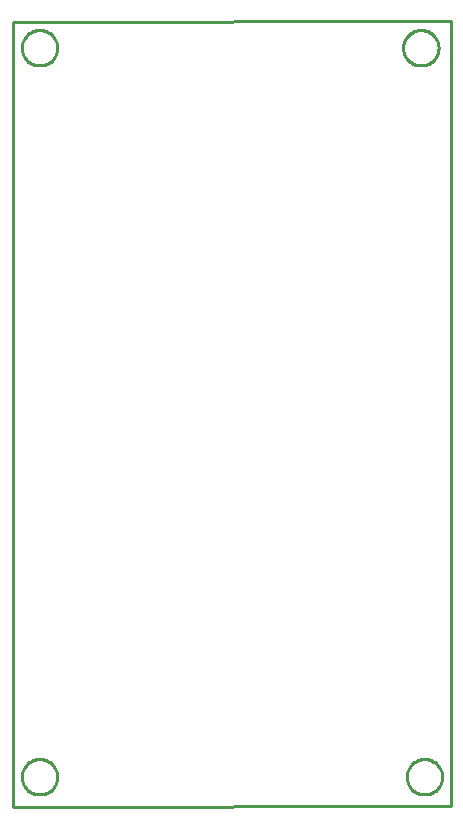
<source format=gbr>
G04 EAGLE Gerber X2 export*
%TF.Part,Single*%
%TF.FileFunction,Profile,NP*%
%TF.FilePolarity,Positive*%
%TF.GenerationSoftware,Autodesk,EAGLE,8.6.0*%
%TF.CreationDate,2018-02-12T05:02:09Z*%
G75*
%MOMM*%
%FSLAX34Y34*%
%LPD*%
%AMOC8*
5,1,8,0,0,1.08239X$1,22.5*%
G01*
%ADD10C,0.254000*%


D10*
X7620Y25400D02*
X378768Y25908D01*
X378768Y690628D01*
X7620Y690120D01*
X7620Y25400D01*
X45480Y50264D02*
X45404Y49196D01*
X45251Y48135D01*
X45023Y47088D01*
X44721Y46060D01*
X44347Y45056D01*
X43902Y44081D01*
X43388Y43141D01*
X42809Y42240D01*
X42167Y41382D01*
X41465Y40572D01*
X40708Y39815D01*
X39898Y39113D01*
X39040Y38471D01*
X38139Y37892D01*
X37199Y37378D01*
X36224Y36933D01*
X35220Y36559D01*
X34192Y36257D01*
X33145Y36029D01*
X32084Y35876D01*
X31016Y35800D01*
X29944Y35800D01*
X28876Y35876D01*
X27815Y36029D01*
X26768Y36257D01*
X25740Y36559D01*
X24736Y36933D01*
X23761Y37378D01*
X22821Y37892D01*
X21920Y38471D01*
X21062Y39113D01*
X20252Y39815D01*
X19495Y40572D01*
X18793Y41382D01*
X18151Y42240D01*
X17572Y43141D01*
X17058Y44081D01*
X16613Y45056D01*
X16239Y46060D01*
X15937Y47088D01*
X15709Y48135D01*
X15556Y49196D01*
X15480Y50264D01*
X15480Y51336D01*
X15556Y52404D01*
X15709Y53465D01*
X15937Y54512D01*
X16239Y55540D01*
X16613Y56544D01*
X17058Y57519D01*
X17572Y58459D01*
X18151Y59360D01*
X18793Y60218D01*
X19495Y61028D01*
X20252Y61785D01*
X21062Y62487D01*
X21920Y63129D01*
X22821Y63708D01*
X23761Y64222D01*
X24736Y64667D01*
X25740Y65041D01*
X26768Y65343D01*
X27815Y65571D01*
X28876Y65724D01*
X29944Y65800D01*
X31016Y65800D01*
X32084Y65724D01*
X33145Y65571D01*
X34192Y65343D01*
X35220Y65041D01*
X36224Y64667D01*
X37199Y64222D01*
X38139Y63708D01*
X39040Y63129D01*
X39898Y62487D01*
X40708Y61785D01*
X41465Y61028D01*
X42167Y60218D01*
X42809Y59360D01*
X43388Y58459D01*
X43902Y57519D01*
X44347Y56544D01*
X44721Y55540D01*
X45023Y54512D01*
X45251Y53465D01*
X45404Y52404D01*
X45480Y51336D01*
X45480Y50264D01*
X45480Y667484D02*
X45404Y666416D01*
X45251Y665355D01*
X45023Y664308D01*
X44721Y663280D01*
X44347Y662276D01*
X43902Y661301D01*
X43388Y660361D01*
X42809Y659460D01*
X42167Y658602D01*
X41465Y657792D01*
X40708Y657035D01*
X39898Y656333D01*
X39040Y655691D01*
X38139Y655112D01*
X37199Y654598D01*
X36224Y654153D01*
X35220Y653779D01*
X34192Y653477D01*
X33145Y653249D01*
X32084Y653096D01*
X31016Y653020D01*
X29944Y653020D01*
X28876Y653096D01*
X27815Y653249D01*
X26768Y653477D01*
X25740Y653779D01*
X24736Y654153D01*
X23761Y654598D01*
X22821Y655112D01*
X21920Y655691D01*
X21062Y656333D01*
X20252Y657035D01*
X19495Y657792D01*
X18793Y658602D01*
X18151Y659460D01*
X17572Y660361D01*
X17058Y661301D01*
X16613Y662276D01*
X16239Y663280D01*
X15937Y664308D01*
X15709Y665355D01*
X15556Y666416D01*
X15480Y667484D01*
X15480Y668556D01*
X15556Y669624D01*
X15709Y670685D01*
X15937Y671732D01*
X16239Y672760D01*
X16613Y673764D01*
X17058Y674739D01*
X17572Y675679D01*
X18151Y676580D01*
X18793Y677438D01*
X19495Y678248D01*
X20252Y679005D01*
X21062Y679707D01*
X21920Y680349D01*
X22821Y680928D01*
X23761Y681442D01*
X24736Y681887D01*
X25740Y682261D01*
X26768Y682563D01*
X27815Y682791D01*
X28876Y682944D01*
X29944Y683020D01*
X31016Y683020D01*
X32084Y682944D01*
X33145Y682791D01*
X34192Y682563D01*
X35220Y682261D01*
X36224Y681887D01*
X37199Y681442D01*
X38139Y680928D01*
X39040Y680349D01*
X39898Y679707D01*
X40708Y679005D01*
X41465Y678248D01*
X42167Y677438D01*
X42809Y676580D01*
X43388Y675679D01*
X43902Y674739D01*
X44347Y673764D01*
X44721Y672760D01*
X45023Y671732D01*
X45251Y670685D01*
X45404Y669624D01*
X45480Y668556D01*
X45480Y667484D01*
X368314Y667484D02*
X368238Y666416D01*
X368085Y665355D01*
X367857Y664308D01*
X367555Y663280D01*
X367181Y662276D01*
X366736Y661301D01*
X366222Y660361D01*
X365643Y659460D01*
X365001Y658602D01*
X364299Y657792D01*
X363542Y657035D01*
X362732Y656333D01*
X361874Y655691D01*
X360973Y655112D01*
X360033Y654598D01*
X359058Y654153D01*
X358054Y653779D01*
X357026Y653477D01*
X355979Y653249D01*
X354918Y653096D01*
X353850Y653020D01*
X352778Y653020D01*
X351710Y653096D01*
X350649Y653249D01*
X349602Y653477D01*
X348574Y653779D01*
X347570Y654153D01*
X346595Y654598D01*
X345655Y655112D01*
X344754Y655691D01*
X343896Y656333D01*
X343086Y657035D01*
X342329Y657792D01*
X341627Y658602D01*
X340985Y659460D01*
X340406Y660361D01*
X339892Y661301D01*
X339447Y662276D01*
X339073Y663280D01*
X338771Y664308D01*
X338543Y665355D01*
X338390Y666416D01*
X338314Y667484D01*
X338314Y668556D01*
X338390Y669624D01*
X338543Y670685D01*
X338771Y671732D01*
X339073Y672760D01*
X339447Y673764D01*
X339892Y674739D01*
X340406Y675679D01*
X340985Y676580D01*
X341627Y677438D01*
X342329Y678248D01*
X343086Y679005D01*
X343896Y679707D01*
X344754Y680349D01*
X345655Y680928D01*
X346595Y681442D01*
X347570Y681887D01*
X348574Y682261D01*
X349602Y682563D01*
X350649Y682791D01*
X351710Y682944D01*
X352778Y683020D01*
X353850Y683020D01*
X354918Y682944D01*
X355979Y682791D01*
X357026Y682563D01*
X358054Y682261D01*
X359058Y681887D01*
X360033Y681442D01*
X360973Y680928D01*
X361874Y680349D01*
X362732Y679707D01*
X363542Y679005D01*
X364299Y678248D01*
X365001Y677438D01*
X365643Y676580D01*
X366222Y675679D01*
X366736Y674739D01*
X367181Y673764D01*
X367555Y672760D01*
X367857Y671732D01*
X368085Y670685D01*
X368238Y669624D01*
X368314Y668556D01*
X368314Y667484D01*
X371362Y50264D02*
X371286Y49196D01*
X371133Y48135D01*
X370905Y47088D01*
X370603Y46060D01*
X370229Y45056D01*
X369784Y44081D01*
X369270Y43141D01*
X368691Y42240D01*
X368049Y41382D01*
X367347Y40572D01*
X366590Y39815D01*
X365780Y39113D01*
X364922Y38471D01*
X364021Y37892D01*
X363081Y37378D01*
X362106Y36933D01*
X361102Y36559D01*
X360074Y36257D01*
X359027Y36029D01*
X357966Y35876D01*
X356898Y35800D01*
X355826Y35800D01*
X354758Y35876D01*
X353697Y36029D01*
X352650Y36257D01*
X351622Y36559D01*
X350618Y36933D01*
X349643Y37378D01*
X348703Y37892D01*
X347802Y38471D01*
X346944Y39113D01*
X346134Y39815D01*
X345377Y40572D01*
X344675Y41382D01*
X344033Y42240D01*
X343454Y43141D01*
X342940Y44081D01*
X342495Y45056D01*
X342121Y46060D01*
X341819Y47088D01*
X341591Y48135D01*
X341438Y49196D01*
X341362Y50264D01*
X341362Y51336D01*
X341438Y52404D01*
X341591Y53465D01*
X341819Y54512D01*
X342121Y55540D01*
X342495Y56544D01*
X342940Y57519D01*
X343454Y58459D01*
X344033Y59360D01*
X344675Y60218D01*
X345377Y61028D01*
X346134Y61785D01*
X346944Y62487D01*
X347802Y63129D01*
X348703Y63708D01*
X349643Y64222D01*
X350618Y64667D01*
X351622Y65041D01*
X352650Y65343D01*
X353697Y65571D01*
X354758Y65724D01*
X355826Y65800D01*
X356898Y65800D01*
X357966Y65724D01*
X359027Y65571D01*
X360074Y65343D01*
X361102Y65041D01*
X362106Y64667D01*
X363081Y64222D01*
X364021Y63708D01*
X364922Y63129D01*
X365780Y62487D01*
X366590Y61785D01*
X367347Y61028D01*
X368049Y60218D01*
X368691Y59360D01*
X369270Y58459D01*
X369784Y57519D01*
X370229Y56544D01*
X370603Y55540D01*
X370905Y54512D01*
X371133Y53465D01*
X371286Y52404D01*
X371362Y51336D01*
X371362Y50264D01*
X45480Y50264D02*
X45404Y49196D01*
X45251Y48135D01*
X45023Y47088D01*
X44721Y46060D01*
X44347Y45056D01*
X43902Y44081D01*
X43388Y43141D01*
X42809Y42240D01*
X42167Y41382D01*
X41465Y40572D01*
X40708Y39815D01*
X39898Y39113D01*
X39040Y38471D01*
X38139Y37892D01*
X37199Y37378D01*
X36224Y36933D01*
X35220Y36559D01*
X34192Y36257D01*
X33145Y36029D01*
X32084Y35876D01*
X31016Y35800D01*
X29944Y35800D01*
X28876Y35876D01*
X27815Y36029D01*
X26768Y36257D01*
X25740Y36559D01*
X24736Y36933D01*
X23761Y37378D01*
X22821Y37892D01*
X21920Y38471D01*
X21062Y39113D01*
X20252Y39815D01*
X19495Y40572D01*
X18793Y41382D01*
X18151Y42240D01*
X17572Y43141D01*
X17058Y44081D01*
X16613Y45056D01*
X16239Y46060D01*
X15937Y47088D01*
X15709Y48135D01*
X15556Y49196D01*
X15480Y50264D01*
X15480Y51336D01*
X15556Y52404D01*
X15709Y53465D01*
X15937Y54512D01*
X16239Y55540D01*
X16613Y56544D01*
X17058Y57519D01*
X17572Y58459D01*
X18151Y59360D01*
X18793Y60218D01*
X19495Y61028D01*
X20252Y61785D01*
X21062Y62487D01*
X21920Y63129D01*
X22821Y63708D01*
X23761Y64222D01*
X24736Y64667D01*
X25740Y65041D01*
X26768Y65343D01*
X27815Y65571D01*
X28876Y65724D01*
X29944Y65800D01*
X31016Y65800D01*
X32084Y65724D01*
X33145Y65571D01*
X34192Y65343D01*
X35220Y65041D01*
X36224Y64667D01*
X37199Y64222D01*
X38139Y63708D01*
X39040Y63129D01*
X39898Y62487D01*
X40708Y61785D01*
X41465Y61028D01*
X42167Y60218D01*
X42809Y59360D01*
X43388Y58459D01*
X43902Y57519D01*
X44347Y56544D01*
X44721Y55540D01*
X45023Y54512D01*
X45251Y53465D01*
X45404Y52404D01*
X45480Y51336D01*
X45480Y50264D01*
X45480Y667484D02*
X45404Y666416D01*
X45251Y665355D01*
X45023Y664308D01*
X44721Y663280D01*
X44347Y662276D01*
X43902Y661301D01*
X43388Y660361D01*
X42809Y659460D01*
X42167Y658602D01*
X41465Y657792D01*
X40708Y657035D01*
X39898Y656333D01*
X39040Y655691D01*
X38139Y655112D01*
X37199Y654598D01*
X36224Y654153D01*
X35220Y653779D01*
X34192Y653477D01*
X33145Y653249D01*
X32084Y653096D01*
X31016Y653020D01*
X29944Y653020D01*
X28876Y653096D01*
X27815Y653249D01*
X26768Y653477D01*
X25740Y653779D01*
X24736Y654153D01*
X23761Y654598D01*
X22821Y655112D01*
X21920Y655691D01*
X21062Y656333D01*
X20252Y657035D01*
X19495Y657792D01*
X18793Y658602D01*
X18151Y659460D01*
X17572Y660361D01*
X17058Y661301D01*
X16613Y662276D01*
X16239Y663280D01*
X15937Y664308D01*
X15709Y665355D01*
X15556Y666416D01*
X15480Y667484D01*
X15480Y668556D01*
X15556Y669624D01*
X15709Y670685D01*
X15937Y671732D01*
X16239Y672760D01*
X16613Y673764D01*
X17058Y674739D01*
X17572Y675679D01*
X18151Y676580D01*
X18793Y677438D01*
X19495Y678248D01*
X20252Y679005D01*
X21062Y679707D01*
X21920Y680349D01*
X22821Y680928D01*
X23761Y681442D01*
X24736Y681887D01*
X25740Y682261D01*
X26768Y682563D01*
X27815Y682791D01*
X28876Y682944D01*
X29944Y683020D01*
X31016Y683020D01*
X32084Y682944D01*
X33145Y682791D01*
X34192Y682563D01*
X35220Y682261D01*
X36224Y681887D01*
X37199Y681442D01*
X38139Y680928D01*
X39040Y680349D01*
X39898Y679707D01*
X40708Y679005D01*
X41465Y678248D01*
X42167Y677438D01*
X42809Y676580D01*
X43388Y675679D01*
X43902Y674739D01*
X44347Y673764D01*
X44721Y672760D01*
X45023Y671732D01*
X45251Y670685D01*
X45404Y669624D01*
X45480Y668556D01*
X45480Y667484D01*
X368314Y667484D02*
X368238Y666416D01*
X368085Y665355D01*
X367857Y664308D01*
X367555Y663280D01*
X367181Y662276D01*
X366736Y661301D01*
X366222Y660361D01*
X365643Y659460D01*
X365001Y658602D01*
X364299Y657792D01*
X363542Y657035D01*
X362732Y656333D01*
X361874Y655691D01*
X360973Y655112D01*
X360033Y654598D01*
X359058Y654153D01*
X358054Y653779D01*
X357026Y653477D01*
X355979Y653249D01*
X354918Y653096D01*
X353850Y653020D01*
X352778Y653020D01*
X351710Y653096D01*
X350649Y653249D01*
X349602Y653477D01*
X348574Y653779D01*
X347570Y654153D01*
X346595Y654598D01*
X345655Y655112D01*
X344754Y655691D01*
X343896Y656333D01*
X343086Y657035D01*
X342329Y657792D01*
X341627Y658602D01*
X340985Y659460D01*
X340406Y660361D01*
X339892Y661301D01*
X339447Y662276D01*
X339073Y663280D01*
X338771Y664308D01*
X338543Y665355D01*
X338390Y666416D01*
X338314Y667484D01*
X338314Y668556D01*
X338390Y669624D01*
X338543Y670685D01*
X338771Y671732D01*
X339073Y672760D01*
X339447Y673764D01*
X339892Y674739D01*
X340406Y675679D01*
X340985Y676580D01*
X341627Y677438D01*
X342329Y678248D01*
X343086Y679005D01*
X343896Y679707D01*
X344754Y680349D01*
X345655Y680928D01*
X346595Y681442D01*
X347570Y681887D01*
X348574Y682261D01*
X349602Y682563D01*
X350649Y682791D01*
X351710Y682944D01*
X352778Y683020D01*
X353850Y683020D01*
X354918Y682944D01*
X355979Y682791D01*
X357026Y682563D01*
X358054Y682261D01*
X359058Y681887D01*
X360033Y681442D01*
X360973Y680928D01*
X361874Y680349D01*
X362732Y679707D01*
X363542Y679005D01*
X364299Y678248D01*
X365001Y677438D01*
X365643Y676580D01*
X366222Y675679D01*
X366736Y674739D01*
X367181Y673764D01*
X367555Y672760D01*
X367857Y671732D01*
X368085Y670685D01*
X368238Y669624D01*
X368314Y668556D01*
X368314Y667484D01*
X371362Y50264D02*
X371286Y49196D01*
X371133Y48135D01*
X370905Y47088D01*
X370603Y46060D01*
X370229Y45056D01*
X369784Y44081D01*
X369270Y43141D01*
X368691Y42240D01*
X368049Y41382D01*
X367347Y40572D01*
X366590Y39815D01*
X365780Y39113D01*
X364922Y38471D01*
X364021Y37892D01*
X363081Y37378D01*
X362106Y36933D01*
X361102Y36559D01*
X360074Y36257D01*
X359027Y36029D01*
X357966Y35876D01*
X356898Y35800D01*
X355826Y35800D01*
X354758Y35876D01*
X353697Y36029D01*
X352650Y36257D01*
X351622Y36559D01*
X350618Y36933D01*
X349643Y37378D01*
X348703Y37892D01*
X347802Y38471D01*
X346944Y39113D01*
X346134Y39815D01*
X345377Y40572D01*
X344675Y41382D01*
X344033Y42240D01*
X343454Y43141D01*
X342940Y44081D01*
X342495Y45056D01*
X342121Y46060D01*
X341819Y47088D01*
X341591Y48135D01*
X341438Y49196D01*
X341362Y50264D01*
X341362Y51336D01*
X341438Y52404D01*
X341591Y53465D01*
X341819Y54512D01*
X342121Y55540D01*
X342495Y56544D01*
X342940Y57519D01*
X343454Y58459D01*
X344033Y59360D01*
X344675Y60218D01*
X345377Y61028D01*
X346134Y61785D01*
X346944Y62487D01*
X347802Y63129D01*
X348703Y63708D01*
X349643Y64222D01*
X350618Y64667D01*
X351622Y65041D01*
X352650Y65343D01*
X353697Y65571D01*
X354758Y65724D01*
X355826Y65800D01*
X356898Y65800D01*
X357966Y65724D01*
X359027Y65571D01*
X360074Y65343D01*
X361102Y65041D01*
X362106Y64667D01*
X363081Y64222D01*
X364021Y63708D01*
X364922Y63129D01*
X365780Y62487D01*
X366590Y61785D01*
X367347Y61028D01*
X368049Y60218D01*
X368691Y59360D01*
X369270Y58459D01*
X369784Y57519D01*
X370229Y56544D01*
X370603Y55540D01*
X370905Y54512D01*
X371133Y53465D01*
X371286Y52404D01*
X371362Y51336D01*
X371362Y50264D01*
M02*

</source>
